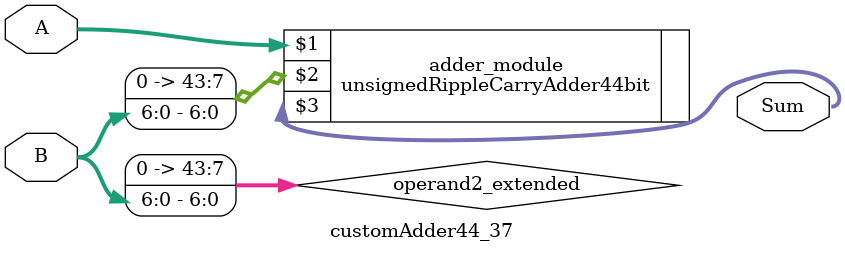
<source format=v>
module customAdder44_37(
                        input [43 : 0] A,
                        input [6 : 0] B,
                        
                        output [44 : 0] Sum
                );

        wire [43 : 0] operand2_extended;
        
        assign operand2_extended =  {37'b0, B};
        
        unsignedRippleCarryAdder44bit adder_module(
            A,
            operand2_extended,
            Sum
        );
        
        endmodule
        
</source>
